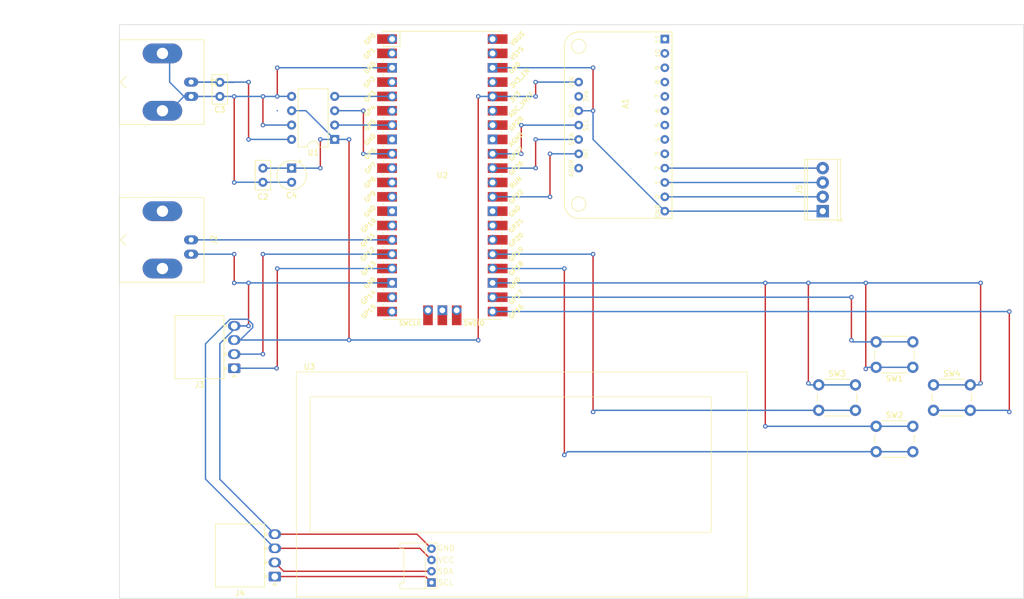
<source format=kicad_pcb>
(kicad_pcb (version 20241229) (generator "pcbnew") (generator_version "9.0")
  (layers (0 "F.Cu" signal) (2 "B.Cu" signal) (13 "F.Paste" user) (15 "B.Paste" user) (5 "F.SilkS" user "F.Silkscreen") (7 "B.SilkS" user "B.Silkscreen") (1 "F.Mask" user) (3 "B.Mask" user) (25 "Edge.Cuts" user))
  (net 0 "")
  (net 1 "/GPIO22 IRQ")
  (net 2 "Net-(A1-0)")
  (net 3 "Net-(A1-1)")
  (net 4 "Net-(A1-2)")
  (net 14 "/BTN UP")
  (net 16 "/BTN DOWN")
  (net 17 "/BTN LEFT")
  (net 18 "/BTN RIGHT")
  (net 19 "/TOUCH DOUT")
  (net 21 "Net-(J1-In)")
  (net 22 "GND")
  (net 23 "+3V3")
  (net 24 "/SPI0 CSn")
  (net 25 "/SPI0 SCK")
  (net 26 "/SPI0 TX")
  (net 27 "/I2C1 SCL")
  (net 28 "/I2C0 SDA")
  (net 29 "/I2C0 SCL")
  (net 38 "/I2C1 SDA")
  (net 52 "Net-(J4-Pin_1)")
  (net 53 "Net-(J4-Pin_2)")
  (footprint "Package_DIP:DIP-8_W7.62mm" (layer "F.Cu") (at 118.11 63.744 180)
    (property "Reference" "U1" (at 3.81 -2.33 0) (layer "F.SilkS"))
    (property "Value" "MCP4821")
    (pad "1" thru_hole rect (at 0 0 180) (size 1.6 1.6) (drill 0.8) (layers "*.Cu" "*.Mask") (net 23 "+3V3"))
    (pad "2" thru_hole oval (at 0 2.54 180) (size 1.6 1.6) (drill 0.8) (layers "*.Cu" "*.Mask") (net 24 "/SPI0 CSn"))
    (pad "3" thru_hole oval (at 0 5.08 180) (size 1.6 1.6) (drill 0.8) (layers "*.Cu" "*.Mask") (net 25 "/SPI0 SCK"))
    (pad "4" thru_hole oval (at 0 7.62 180) (size 1.6 1.6) (drill 0.8) (layers "*.Cu" "*.Mask") (net 26 "/SPI0 TX"))
    (pad "5" thru_hole oval (at 7.62 7.62 180) (size 1.6 1.6) (drill 0.8) (layers "*.Cu" "*.Mask") (net 22 "GND"))
    (pad "6" thru_hole oval (at 7.62 5.08 180) (size 1.6 1.6) (drill 0.8) (layers "*.Cu" "*.Mask") (net 23 "+3V3"))
    (pad "7" thru_hole oval (at 7.62 2.54 180) (size 1.6 1.6) (drill 0.8) (layers "*.Cu" "*.Mask") (net 22 "GND"))
    (pad "8" thru_hole oval (at 7.62 0 180) (size 1.6 1.6) (drill 0.8) (layers "*.Cu" "*.Mask") (net 21 "Net-(J1-In)"))
  )
  (footprint "AG_Sensors:ADAFRUIT_MPR121" (layer "F.Cu") (at 170.18 58.674 -90)
    (property "Reference" "A1" (at -1.27 0.635 90) (layer "F.SilkS"))
    (property "Value" "ADAFRUIT_MPR121")
    (fp_text user "0" (at 15.24 -5.08 90) (layer "F.SilkS") (effects (font (size 0.8 0.8) (thickness 0.1))))
    (fp_text user "11" (at -12.7 -5.08 90) (layer "F.SilkS") (effects (font (size 0.8 0.8) (thickness 0.1))))
    (fp_text user "INT" (at 7.62 7.62 90) (layer "F.SilkS") (effects (font (size 0.8 0.8) (thickness 0.1))))
    (fp_text user "GND" (at 17.78 -5.08 90) (layer "F.SilkS") (effects (font (size 0.8 0.8) (thickness 0.1))))
    (fp_text user "9" (at -7.62 -5.08 90) (layer "F.SilkS") (effects (font (size 0.8 0.8) (thickness 0.1))))
    (fp_text user "8" (at -5.08 -5.08 90) (layer "F.SilkS") (effects (font (size 0.8 0.8) (thickness 0.1))))
    (fp_text user "SDA" (at 5.08 10.16 90) (layer "F.SilkS") (effects (font (size 0.8 0.8) (thickness 0.1))))
    (fp_text user "3" (at 7.62 -5.08 90) (layer "F.SilkS") (effects (font (size 0.8 0.8) (thickness 0.1))))
    (fp_text user "2" (at 10.16 -5.08 90) (layer "F.SilkS") (effects (font (size 0.8 0.8) (thickness 0.1))))
    (fp_text user "1" (at 12.7 -5.08 90) (layer "F.SilkS") (effects (font (size 0.8 0.8) (thickness 0.1))))
    (fp_text user "SCL" (at 2.54 7.62 90) (layer "F.SilkS") (effects (font (size 0.8 0.8) (thickness 0.1))))
    (fp_text user "5" (at 2.54 -5.08 90) (layer "F.SilkS") (effects (font (size 0.8 0.8) (thickness 0.1))))
    (fp_text user "VIN" (at -5.08 10.16 90) (layer "F.SilkS") (effects (font (size 0.8 0.8) (thickness 0.1))))
    (fp_text user "7" (at -2.54 -5.08 90) (layer "F.SilkS") (effects (font (size 0.8 0.8) (thickness 0.1))))
    (fp_text user "10" (at -10.16 -5.08 90) (layer "F.SilkS") (effects (font (size 0.8 0.8) (thickness 0.1))))
    (fp_text user "4" (at 5.08 -5.08 90) (layer "F.SilkS") (effects (font (size 0.8 0.8) (thickness 0.1))))
    (fp_text user "6" (at 0 -5.08 90) (layer "F.SilkS") (effects (font (size 0.8 0.8) (thickness 0.1))))
    (fp_text user "ADDR" (at 10.16 10.16 90) (layer "F.SilkS") (effects (font (size 0.8 0.8) (thickness 0.1))))
    (fp_text user "3Vo" (at -2.54 7.62 90) (layer "F.SilkS") (effects (font (size 0.8 0.8) (thickness 0.1))))
    (fp_text user "GND" (at 0 10.16 90) (layer "F.SilkS") (effects (font (size 0.8 0.8) (thickness 0.1))))
    (pad "1" thru_hole circle (at -5.08 8.89 270) (size 1.524 1.524) (drill 0.762) (layers "*.Cu" "*.Mask") (net 23 "+3V3"))
    (pad "2" thru_hole circle (at -2.54 8.89 270) (size 1.524 1.524) (drill 0.762) (layers "*.Cu" "*.Mask"))
    (pad "3" thru_hole circle (at 0 8.89 270) (size 1.524 1.524) (drill 0.762) (layers "*.Cu" "*.Mask") (net 22 "GND"))
    (pad "4" thru_hole circle (at 2.54 8.89 270) (size 1.524 1.524) (drill 0.762) (layers "*.Cu" "*.Mask") (net 27 "/I2C1 SCL"))
    (pad "5" thru_hole circle (at 5.08 8.89 270) (size 1.524 1.524) (drill 0.762) (layers "*.Cu" "*.Mask") (net 38 "/I2C1 SDA"))
    (pad "6" thru_hole circle (at 7.62 8.89 270) (size 1.524 1.524) (drill 0.762) (layers "*.Cu" "*.Mask") (net 1 "/GPIO22 IRQ"))
    (pad "7" thru_hole circle (at 10.16 8.89 270) (size 1.524 1.524) (drill 0.762) (layers "*.Cu" "*.Mask"))
    (pad "8" thru_hole circle (at 17.78 -6.35 270) (size 1.524 1.524) (drill 0.762) (layers "*.Cu" "*.Mask") (net 22 "GND"))
    (pad "9" thru_hole circle (at 15.24 -6.35 270) (size 1.524 1.524) (drill 0.762) (layers "*.Cu" "*.Mask") (net 2 "Net-(A1-0)"))
    (pad "10" thru_hole circle (at 12.7 -6.35 270) (size 1.524 1.524) (drill 0.762) (layers "*.Cu" "*.Mask") (net 3 "Net-(A1-1)"))
    (pad "11" thru_hole circle (at 10.16 -6.35) (size 1.524 1.524) (drill 0.762) (layers "*.Cu" "*.Mask") (net 4 "Net-(A1-2)"))
    (pad "12" thru_hole circle (at 7.62 -6.35 270) (size 1.524 1.524) (drill 0.762) (layers "*.Cu" "*.Mask"))
    (pad "13" thru_hole circle (at 5.08 -6.35 270) (size 1.524 1.524) (drill 0.762) (layers "*.Cu" "*.Mask"))
    (pad "14" thru_hole circle (at 2.54 -6.35 270) (size 1.524 1.524) (drill 0.762) (layers "*.Cu" "*.Mask"))
    (pad "15" thru_hole circle (at 0 -6.35 270) (size 1.524 1.524) (drill 0.762) (layers "*.Cu" "*.Mask"))
    (pad "16" thru_hole circle (at -2.54 -6.35 270) (size 1.524 1.524) (drill 0.762) (layers "*.Cu" "*.Mask"))
    (pad "17" thru_hole circle (at -5.08 -6.35 270) (size 1.524 1.524) (drill 0.762) (layers "*.Cu" "*.Mask"))
    (pad "18" thru_hole circle (at -7.62 -6.35 270) (size 1.524 1.524) (drill 0.762) (layers "*.Cu" "*.Mask"))
    (pad "19" thru_hole circle (at -10.16 -6.35 270) (size 1.524 1.524) (drill 0.762) (layers "*.Cu" "*.Mask"))
    (pad "20" thru_hole rect (at -12.7 -6.35 270) (size 1.524 1.524) (drill 0.762) (layers "*.Cu" "*.Mask"))
  )
  (footprint "Connector_Coaxial:BNC_Amphenol_B6252HB-NPP3G-50_Horizontal" (layer "F.Cu") (at 92.71 81.534 90)
    (property "Reference" "J2" (at 0 4 90) (layer "F.SilkS"))
    (property "Value" "Conn_Coaxial")
    (pad "1" thru_hole oval (at 0 0 90) (size 1.6 2.5) (drill 0.89) (layers "*.Cu" "*.Mask") (net 19 "/TOUCH DOUT"))
    (pad "2" thru_hole oval (at -5.08 -5.08 90) (size 3.5 7) (drill 2.01) (layers "*.Cu" "*.Mask") (net 22 "GND"))
    (pad "2" thru_hole oval (at -2.54 0 90) (size 1.6 2.5) (drill 0.89) (layers "*.Cu" "*.Mask") (net 22 "GND"))
    (pad "2" thru_hole oval (at 5.08 -5.08 90) (size 3.5 7) (drill 2.01) (layers "*.Cu" "*.Mask") (net 22 "GND"))
  )
  (footprint "Button_Switch_THT:SW_PUSH_6mm" (layer "F.Cu") (at 213.92 114.554)
    (property "Reference" "SW2" (at 3.25 -2 0) (layer "F.SilkS"))
    (property "Value" "SW_DOWN")
    (pad "1" thru_hole circle (at 0 0 90) (size 2 2) (drill 1.1) (layers "*.Cu" "*.Mask") (net 22 "GND"))
    (pad "1" thru_hole circle (at 6.5 0 90) (size 2 2) (drill 1.1) (layers "*.Cu" "*.Mask") (net 22 "GND"))
    (pad "2" thru_hole circle (at 0 4.5 90) (size 2 2) (drill 1.1) (layers "*.Cu" "*.Mask") (net 16 "/BTN DOWN"))
    (pad "2" thru_hole circle (at 6.5 4.5 90) (size 2 2) (drill 1.1) (layers "*.Cu" "*.Mask") (net 16 "/BTN DOWN"))
  )
  (footprint "Button_Switch_THT:SW_PUSH_6mm" (layer "F.Cu") (at 224.08 107.224)
    (property "Reference" "SW4" (at 3.25 -2 0) (layer "F.SilkS"))
    (property "Value" "SW_RIGHT")
    (pad "1" thru_hole circle (at 0 0 90) (size 2 2) (drill 1.1) (layers "*.Cu" "*.Mask") (net 22 "GND"))
    (pad "1" thru_hole circle (at 6.5 0 90) (size 2 2) (drill 1.1) (layers "*.Cu" "*.Mask") (net 22 "GND"))
    (pad "2" thru_hole circle (at 0 4.5 90) (size 2 2) (drill 1.1) (layers "*.Cu" "*.Mask") (net 18 "/BTN RIGHT"))
    (pad "2" thru_hole circle (at 6.5 4.5 90) (size 2 2) (drill 1.1) (layers "*.Cu" "*.Mask") (net 18 "/BTN RIGHT"))
  )
  (footprint "Capacitor_THT:CP_Radial_Tantal_D5.0mm_P2.50mm" (layer "F.Cu") (at 110.49 68.834 -90)
    (property "Reference" "C4" (at 4.826 0 0) (layer "F.SilkS"))
    (property "Value" "10u")
    (pad "1" thru_hole rect (at 0 0 270) (size 1.6 1.6) (drill 0.8) (layers "*.Cu" "*.Mask") (net 23 "+3V3"))
    (pad "2" thru_hole circle (at 2.5 0 270) (size 1.6 1.6) (drill 0.8) (layers "*.Cu" "*.Mask") (net 22 "GND"))
  )
  (footprint "Connector_Molex:Molex_Nano-Fit_105313-xx04_1x04_P2.50mm_Horizontal" (layer "F.Cu") (at 107.51 141.164 180)
    (property "Reference" "J4" (at 6.15 -2.92 0) (layer "F.SilkS"))
    (property "Value" "Conn_01x04_Pin")
    (pad "" np_thru_hole circle (at 7.18 0 180) (size 1.7 1.7) (drill 1.7) (layers "*.Cu" "*.Mask"))
    (pad "" np_thru_hole circle (at 7.18 7.5 180) (size 1.7 1.7) (drill 1.7) (layers "*.Cu" "*.Mask"))
    (pad "1" thru_hole roundrect (at 0 0 180) (size 2.2 1.7) (drill 1.2) (layers "*.Cu" "*.Mask") (roundrect_rratio 0.147059) (net 52 "Net-(J4-Pin_1)"))
    (pad "2" thru_hole oval (at 0 2.5 180) (size 2.2 1.7) (drill 1.2) (layers "*.Cu" "*.Mask") (net 53 "Net-(J4-Pin_2)"))
    (pad "3" thru_hole oval (at 0 5 180) (size 2.2 1.7) (drill 1.2) (layers "*.Cu" "*.Mask") (net 23 "+3V3"))
    (pad "4" thru_hole oval (at 0 7.5 180) (size 2.2 1.7) (drill 1.2) (layers "*.Cu" "*.Mask") (net 22 "GND"))
  )
  (footprint "Capacitor_THT:C_Disc_D5.0mm_W2.5mm_P2.50mm" (layer "F.Cu") (at 97.79 53.634 -90)
    (property "Reference" "C3" (at 4.826 0 0) (layer "F.SilkS"))
    (property "Value" "1u")
    (pad "1" thru_hole circle (at 0 0 270) (size 1.6 1.6) (drill 0.8) (layers "*.Cu" "*.Mask") (net 21 "Net-(J1-In)"))
    (pad "2" thru_hole circle (at 2.5 0 270) (size 1.6 1.6) (drill 0.8) (layers "*.Cu" "*.Mask") (net 22 "GND"))
  )
  (footprint "Connector_Coaxial:BNC_Amphenol_B6252HB-NPP3G-50_Horizontal" (layer "F.Cu") (at 92.71 53.594 90)
    (property "Reference" "J1" (at 0 4 90) (layer "F.SilkS"))
    (property "Value" "Conn_Coaxial")
    (pad "1" thru_hole oval (at 0 0 90) (size 1.6 2.5) (drill 0.89) (layers "*.Cu" "*.Mask") (net 21 "Net-(J1-In)"))
    (pad "2" thru_hole oval (at -5.08 -5.08 90) (size 3.5 7) (drill 2.01) (layers "*.Cu" "*.Mask") (net 22 "GND"))
    (pad "2" thru_hole oval (at -2.54 0 90) (size 1.6 2.5) (drill 0.89) (layers "*.Cu" "*.Mask") (net 22 "GND"))
    (pad "2" thru_hole oval (at 5.08 -5.08 90) (size 3.5 7) (drill 2.01) (layers "*.Cu" "*.Mask") (net 22 "GND"))
  )
  (footprint "MCU_Pico:RPi_Pico_SMD_TH" (layer "F.Cu") (at 137.16 70.104)
    (property "Reference" "U2" (at 0 0 0) (layer "F.SilkS"))
    (property "Value" "Pico")
    (fp_text user "GP8" (at -12.8 1.27 45) (layer "F.SilkS") (effects (font (size 0.8 0.8))))
    (fp_text user "GP15" (at -13.054 24.13 45) (layer "F.SilkS") (effects (font (size 0.8 0.8))))
    (fp_text user "SWCLK" (at -5.7 26.2 0) (layer "F.SilkS") (effects (font (size 0.8 0.8))))
    (fp_text user "GP4" (at -12.8 -11.43 45) (layer "F.SilkS") (effects (font (size 0.8 0.8))))
    (fp_text user "GP0" (at -12.8 -24.13 45) (layer "F.SilkS") (effects (font (size 0.8 0.8))))
    (fp_text user "GP18" (at 13.054 16.51 45) (layer "F.SilkS") (effects (font (size 0.8 0.8))))
    (fp_text user "GP26" (at 13.054 -1.27 45) (layer "F.SilkS") (effects (font (size 0.8 0.8))))
    (fp_text user "GND" (at 12.8 6.35 45) (layer "F.SilkS") (effects (font (size 0.8 0.8))))
    (fp_text user "GP14" (at -13.1 21.59 45) (layer "F.SilkS") (effects (font (size 0.8 0.8))))
    (fp_text user "GP22" (at 13.054 3.81 45) (layer "F.SilkS") (effects (font (size 0.8 0.8))))
    (fp_text user "GP27" (at 13.054 -3.8 45) (layer "F.SilkS") (effects (font (size 0.8 0.8))))
    (fp_text user "GP17" (at 13.054 21.59 45) (layer "F.SilkS") (effects (font (size 0.8 0.8))))
    (fp_text user "RUN" (at 13 1.27 45) (layer "F.SilkS") (effects (font (size 0.8 0.8))))
    (fp_text user "GP11" (at -13.2 11.43 45) (layer "F.SilkS") (effects (font (size 0.8 0.8))))
    (fp_text user "GND" (at -12.8 6.35 45) (layer "F.SilkS") (effects (font (size 0.8 0.8))))
    (fp_text user "GP13" (at -13.054 16.51 45) (layer "F.SilkS") (effects (font (size 0.8 0.8))))
    (fp_text user "ADC_VREF" (at 14 -12.5 45) (layer "F.SilkS") (effects (font (size 0.8 0.8))))
    (fp_text user "GND" (at 12.8 19.05 45) (layer "F.SilkS") (effects (font (size 0.8 0.8))))
    (fp_text user "VSYS" (at 13.2 -21.59 45) (layer "F.SilkS") (effects (font (size 0.8 0.8))))
    (fp_text user "GP3" (at -12.8 -13.97 45) (layer "F.SilkS") (effects (font (size 0.8 0.8))))
    (fp_text user "GP9" (at -12.8 3.81 45) (layer "F.SilkS") (effects (font (size 0.8 0.8))))
    (fp_text user "AGND" (at 13.054 -6.35 45) (layer "F.SilkS") (effects (font (size 0.8 0.8))))
    (fp_text user "VBUS" (at 13.3 -24.2 45) (layer "F.SilkS") (effects (font (size 0.8 0.8))))
    (fp_text user "GND" (at 12.8 -19.05 45) (layer "F.SilkS") (effects (font (size 0.8 0.8))))
    (fp_text user "GP12" (at -13.2 13.97 45) (layer "F.SilkS") (effects (font (size 0.8 0.8))))
    (fp_text user "GP16" (at 13.054 24.13 45) (layer "F.SilkS") (effects (font (size 0.8 0.8))))
    (fp_text user "GP7" (at -12.7 -1.3 45) (layer "F.SilkS") (effects (font (size 0.8 0.8))))
    (fp_text user "GP19" (at 13.054 13.97 45) (layer "F.SilkS") (effects (font (size 0.8 0.8))))
    (fp_text user "GP6" (at -12.8 -3.81 45) (layer "F.SilkS") (effects (font (size 0.8 0.8))))
    (fp_text user "3V3" (at 12.9 -13.9 45) (layer "F.SilkS") (effects (font (size 0.8 0.8))))
    (fp_text user "GND" (at -12.8 -19.05 45) (layer "F.SilkS") (effects (font (size 0.8 0.8))))
    (fp_text user "GP10" (at -13.054 8.89 45) (layer "F.SilkS") (effects (font (size 0.8 0.8))))
    (fp_text user "GP2" (at -12.9 -16.51 45) (layer "F.SilkS") (effects (font (size 0.8 0.8))))
    (fp_text user "GND" (at -12.8 19.05 45) (layer "F.SilkS") (effects (font (size 0.8 0.8))))
    (fp_text user "3V3_EN" (at 13.7 -17.2 45) (layer "F.SilkS") (effects (font (size 0.8 0.8))))
    (fp_text user "GP21" (at 13.054 8.9 45) (layer "F.SilkS") (effects (font (size 0.8 0.8))))
    (fp_text user "GND" (at -12.8 -6.35 45) (layer "F.SilkS") (effects (font (size 0.8 0.8))))
    (fp_text user "GP28" (at 13.054 -9.144 45) (layer "F.SilkS") (effects (font (size 0.8 0.8))))
    (fp_text user "GP1" (at -12.9 -21.6 45) (layer "F.SilkS") (effects (font (size 0.8 0.8))))
    (fp_text user "GP20" (at 13.054 11.43 45) (layer "F.SilkS") (effects (font (size 0.8 0.8))))
    (fp_text user "GP5" (at -12.8 -8.89 45) (layer "F.SilkS") (effects (font (size 0.8 0.8))))
    (fp_text user "SWDIO" (at 5.6 26.2 0) (layer "F.SilkS") (effects (font (size 0.8 0.8))))
    (pad "" np_thru_hole oval (at -2.725 -24) (size 1.8 1.8) (drill 1.8) (layers "*.Cu" "*.Mask"))
    (pad "" np_thru_hole oval (at -2.425 -20.97) (size 1.5 1.5) (drill 1.5) (layers "*.Cu" "*.Mask"))
    (pad "" np_thru_hole oval (at 2.425 -20.97) (size 1.5 1.5) (drill 1.5) (layers "*.Cu" "*.Mask"))
    (pad "" np_thru_hole oval (at 2.725 -24) (size 1.8 1.8) (drill 1.8) (layers "*.Cu" "*.Mask"))
    (pad "1" thru_hole oval (at -8.89 -24.13) (size 1.7 1.7) (drill 1.02) (layers "*.Cu" "*.Mask"))
    (pad "1" smd rect (at -8.89 -24.13) (size 3.5 1.7) (drill (offset -0.9 0)) (layers "F.Cu" "F.Mask"))
    (pad "2" thru_hole oval (at -8.89 -21.59) (size 1.7 1.7) (drill 1.02) (layers "*.Cu" "*.Mask"))
    (pad "2" smd rect (at -8.89 -21.59) (size 3.5 1.7) (drill (offset -0.9 0)) (layers "F.Cu" "F.Mask"))
    (pad "3" thru_hole rect (at -8.89 -19.05) (size 1.7 1.7) (drill 1.02) (layers "*.Cu" "*.Mask") (net 22 "GND"))
    (pad "3" smd rect (at -8.89 -19.05) (size 3.5 1.7) (drill (offset -0.9 0)) (layers "F.Cu" "F.Mask") (net 22 "GND"))
    (pad "4" thru_hole oval (at -8.89 -16.51) (size 1.7 1.7) (drill 1.02) (layers "*.Cu" "*.Mask"))
    (pad "4" smd rect (at -8.89 -16.51) (size 3.5 1.7) (drill (offset -0.9 0)) (layers "F.Cu" "F.Mask"))
    (pad "5" thru_hole oval (at -8.89 -13.97) (size 1.7 1.7) (drill 1.02) (layers "*.Cu" "*.Mask") (net 26 "/SPI0 TX"))
    (pad "5" smd rect (at -8.89 -13.97) (size 3.5 1.7) (drill (offset -0.9 0)) (layers "F.Cu" "F.Mask") (net 26 "/SPI0 TX"))
    (pad "6" thru_hole oval (at -8.89 -11.43) (size 1.7 1.7) (drill 1.02) (layers "*.Cu" "*.Mask"))
    (pad "6" smd rect (at -8.89 -11.43) (size 3.5 1.7) (drill (offset -0.9 0)) (layers "F.Cu" "F.Mask"))
    (pad "7" thru_hole oval (at -8.89 -8.89) (size 1.7 1.7) (drill 1.02) (layers "*.Cu" "*.Mask") (net 24 "/SPI0 CSn"))
    (pad "7" smd rect (at -8.89 -8.89) (size 3.5 1.7) (drill (offset -0.9 0)) (layers "F.Cu" "F.Mask") (net 24 "/SPI0 CSn"))
    (pad "8" thru_hole rect (at -8.89 -6.35) (size 1.7 1.7) (drill 1.02) (layers "*.Cu" "*.Mask") (net 22 "GND"))
    (pad "8" smd rect (at -8.89 -6.35) (size 3.5 1.7) (drill (offset -0.9 0)) (layers "F.Cu" "F.Mask") (net 22 "GND"))
    (pad "9" thru_hole oval (at -8.89 -3.81) (size 1.7 1.7) (drill 1.02) (layers "*.Cu" "*.Mask") (net 25 "/SPI0 SCK"))
    (pad "9" smd rect (at -8.89 -3.81) (size 3.5 1.7) (drill (offset -0.9 0)) (layers "F.Cu" "F.Mask") (net 25 "/SPI0 SCK"))
    (pad "10" thru_hole oval (at -8.89 -1.27) (size 1.7 1.7) (drill 1.02) (layers "*.Cu" "*.Mask"))
    (pad "10" smd rect (at -8.89 -1.27) (size 3.5 1.7) (drill (offset -0.9 0)) (layers "F.Cu" "F.Mask"))
    (pad "11" thru_hole oval (at -8.89 1.27) (size 1.7 1.7) (drill 1.02) (layers "*.Cu" "*.Mask"))
    (pad "11" smd rect (at -8.89 1.27) (size 3.5 1.7) (drill (offset -0.9 0)) (layers "F.Cu" "F.Mask"))
    (pad "12" thru_hole oval (at -8.89 3.81) (size 1.7 1.7) (drill 1.02) (layers "*.Cu" "*.Mask"))
    (pad "12" smd rect (at -8.89 3.81) (size 3.5 1.7) (drill (offset -0.9 0)) (layers "F.Cu" "F.Mask"))
    (pad "13" thru_hole rect (at -8.89 6.35) (size 1.7 1.7) (drill 1.02) (layers "*.Cu" "*.Mask") (net 22 "GND"))
    (pad "13" smd rect (at -8.89 6.35) (size 3.5 1.7) (drill (offset -0.9 0)) (layers "F.Cu" "F.Mask") (net 22 "GND"))
    (pad "14" thru_hole oval (at -8.89 8.89) (size 1.7 1.7) (drill 1.02) (layers "*.Cu" "*.Mask"))
    (pad "14" smd rect (at -8.89 8.89) (size 3.5 1.7) (drill (offset -0.9 0)) (layers "F.Cu" "F.Mask"))
    (pad "15" thru_hole oval (at -8.89 11.43) (size 1.7 1.7) (drill 1.02) (layers "*.Cu" "*.Mask") (net 19 "/TOUCH DOUT"))
    (pad "15" smd rect (at -8.89 11.43) (size 3.5 1.7) (drill (offset -0.9 0)) (layers "F.Cu" "F.Mask") (net 19 "/TOUCH DOUT"))
    (pad "16" thru_hole oval (at -8.89 13.97) (size 1.7 1.7) (drill 1.02) (layers "*.Cu" "*.Mask") (net 28 "/I2C0 SDA"))
    (pad "16" smd rect (at -8.89 13.97) (size 3.5 1.7) (drill (offset -0.9 0)) (layers "F.Cu" "F.Mask") (net 28 "/I2C0 SDA"))
    (pad "17" thru_hole oval (at -8.89 16.51) (size 1.7 1.7) (drill 1.02) (layers "*.Cu" "*.Mask") (net 29 "/I2C0 SCL"))
    (pad "17" smd rect (at -8.89 16.51) (size 3.5 1.7) (drill (offset -0.9 0)) (layers "F.Cu" "F.Mask") (net 29 "/I2C0 SCL"))
    (pad "18" thru_hole rect (at -8.89 19.05) (size 1.7 1.7) (drill 1.02) (layers "*.Cu" "*.Mask") (net 22 "GND"))
    (pad "18" smd rect (at -8.89 19.05) (size 3.5 1.7) (drill (offset -0.9 0)) (layers "F.Cu" "F.Mask") (net 22 "GND"))
    (pad "19" thru_hole oval (at -8.89 21.59) (size 1.7 1.7) (drill 1.02) (layers "*.Cu" "*.Mask"))
    (pad "19" smd rect (at -8.89 21.59) (size 3.5 1.7) (drill (offset -0.9 0)) (layers "F.Cu" "F.Mask"))
    (pad "20" thru_hole oval (at -8.89 24.13) (size 1.7 1.7) (drill 1.02) (layers "*.Cu" "*.Mask"))
    (pad "20" smd rect (at -8.89 24.13) (size 3.5 1.7) (drill (offset -0.9 0)) (layers "F.Cu" "F.Mask"))
    (pad "21" thru_hole oval (at 8.89 24.13) (size 1.7 1.7) (drill 1.02) (layers "*.Cu" "*.Mask") (net 18 "/BTN RIGHT"))
    (pad "21" smd rect (at 8.89 24.13) (size 3.5 1.7) (drill (offset 0.9 0)) (layers "F.Cu" "F.Mask") (net 18 "/BTN RIGHT"))
    (pad "22" thru_hole oval (at 8.89 21.59) (size 1.7 1.7) (drill 1.02) (layers "*.Cu" "*.Mask") (net 14 "/BTN UP"))
    (pad "22" smd rect (at 8.89 21.59) (size 3.5 1.7) (drill (offset 0.9 0)) (layers "F.Cu" "F.Mask") (net 14 "/BTN UP"))
    (pad "23" thru_hole rect (at 8.89 19.05) (size 1.7 1.7) (drill 1.02) (layers "*.Cu" "*.Mask") (net 22 "GND"))
    (pad "23" smd rect (at 8.89 19.05) (size 3.5 1.7) (drill (offset 0.9 0)) (layers "F.Cu" "F.Mask") (net 22 "GND"))
    (pad "24" thru_hole oval (at 8.89 16.51) (size 1.7 1.7) (drill 1.02) (layers "*.Cu" "*.Mask") (net 16 "/BTN DOWN"))
    (pad "24" smd rect (at 8.89 16.51) (size 3.5 1.7) (drill (offset 0.9 0)) (layers "F.Cu" "F.Mask") (net 16 "/BTN DOWN"))
    (pad "25" thru_hole oval (at 8.89 13.97) (size 1.7 1.7) (drill 1.02) (layers "*.Cu" "*.Mask") (net 17 "/BTN LEFT"))
    (pad "25" smd rect (at 8.89 13.97) (size 3.5 1.7) (drill (offset 0.9 0)) (layers "F.Cu" "F.Mask") (net 17 "/BTN LEFT"))
    (pad "26" thru_hole oval (at 8.89 11.43) (size 1.7 1.7) (drill 1.02) (layers "*.Cu" "*.Mask"))
    (pad "26" smd rect (at 8.89 11.43) (size 3.5 1.7) (drill (offset 0.9 0)) (layers "F.Cu" "F.Mask"))
    (pad "27" thru_hole oval (at 8.89 8.89) (size 1.7 1.7) (drill 1.02) (layers "*.Cu" "*.Mask"))
    (pad "27" smd rect (at 8.89 8.89) (size 3.5 1.7) (drill (offset 0.9 0)) (layers "F.Cu" "F.Mask"))
    (pad "28" thru_hole rect (at 8.89 6.35) (size 1.7 1.7) (drill 1.02) (layers "*.Cu" "*.Mask") (net 22 "GND"))
    (pad "28" smd rect (at 8.89 6.35) (size 3.5 1.7) (drill (offset 0.9 0)) (layers "F.Cu" "F.Mask") (net 22 "GND"))
    (pad "29" thru_hole oval (at 8.89 3.81) (size 1.7 1.7) (drill 1.02) (layers "*.Cu" "*.Mask") (net 1 "/GPIO22 IRQ"))
    (pad "29" smd rect (at 8.89 3.81) (size 3.5 1.7) (drill (offset 0.9 0)) (layers "F.Cu" "F.Mask") (net 1 "/GPIO22 IRQ"))
    (pad "30" thru_hole oval (at 8.89 1.27) (size 1.7 1.7) (drill 1.02) (layers "*.Cu" "*.Mask"))
    (pad "30" smd rect (at 8.89 1.27) (size 3.5 1.7) (drill (offset 0.9 0)) (layers "F.Cu" "F.Mask"))
    (pad "31" thru_hole oval (at 8.89 -1.27) (size 1.7 1.7) (drill 1.02) (layers "*.Cu" "*.Mask") (net 38 "/I2C1 SDA"))
    (pad "31" smd rect (at 8.89 -1.27) (size 3.5 1.7) (drill (offset 0.9 0)) (layers "F.Cu" "F.Mask") (net 38 "/I2C1 SDA"))
    (pad "32" thru_hole oval (at 8.89 -3.81) (size 1.7 1.7) (drill 1.02) (layers "*.Cu" "*.Mask") (net 27 "/I2C1 SCL"))
    (pad "32" smd rect (at 8.89 -3.81) (size 3.5 1.7) (drill (offset 0.9 0)) (layers "F.Cu" "F.Mask") (net 27 "/I2C1 SCL"))
    (pad "33" thru_hole rect (at 8.89 -6.35) (size 1.7 1.7) (drill 1.02) (layers "*.Cu" "*.Mask") (net 22 "GND"))
    (pad "33" smd rect (at 8.89 -6.35) (size 3.5 1.7) (drill (offset 0.9 0)) (layers "F.Cu" "F.Mask") (net 22 "GND"))
    (pad "34" thru_hole oval (at 8.89 -8.89) (size 1.7 1.7) (drill 1.02) (layers "*.Cu" "*.Mask"))
    (pad "34" smd rect (at 8.89 -8.89) (size 3.5 1.7) (drill (offset 0.9 0)) (layers "F.Cu" "F.Mask"))
    (pad "35" thru_hole oval (at 8.89 -11.43) (size 1.7 1.7) (drill 1.02) (layers "*.Cu" "*.Mask"))
    (pad "35" smd rect (at 8.89 -11.43) (size 3.5 1.7) (drill (offset 0.9 0)) (layers "F.Cu" "F.Mask"))
    (pad "36" thru_hole oval (at 8.89 -13.97) (size 1.7 1.7) (drill 1.02) (layers "*.Cu" "*.Mask") (net 23 "+3V3"))
    (pad "36" smd rect (at 8.89 -13.97) (size 3.5 1.7) (drill (offset 0.9 0)) (layers "F.Cu" "F.Mask") (net 23 "+3V3"))
    (pad "37" thru_hole oval (at 8.89 -16.51) (size 1.7 1.7) (drill 1.02) (layers "*.Cu" "*.Mask"))
    (pad "37" smd rect (at 8.89 -16.51) (size 3.5 1.7) (drill (offset 0.9 0)) (layers "F.Cu" "F.Mask"))
    (pad "38" thru_hole rect (at 8.89 -19.05) (size 1.7 1.7) (drill 1.02) (layers "*.Cu" "*.Mask") (net 22 "GND"))
    (pad "38" smd rect (at 8.89 -19.05) (size 3.5 1.7) (drill (offset 0.9 0)) (layers "F.Cu" "F.Mask") (net 22 "GND"))
    (pad "39" thru_hole oval (at 8.89 -21.59) (size 1.7 1.7) (drill 1.02) (layers "*.Cu" "*.Mask"))
    (pad "39" smd rect (at 8.89 -21.59) (size 3.5 1.7) (drill (offset 0.9 0)) (layers "F.Cu" "F.Mask"))
    (pad "40" thru_hole oval (at 8.89 -24.13) (size 1.7 1.7) (drill 1.02) (layers "*.Cu" "*.Mask"))
    (pad "40" smd rect (at 8.89 -24.13) (size 3.5 1.7) (drill (offset 0.9 0)) (layers "F.Cu" "F.Mask"))
    (pad "41" thru_hole oval (at -2.54 23.9) (size 1.7 1.7) (drill 1.02) (layers "*.Cu" "*.Mask"))
    (pad "41" smd rect (at -2.54 23.9 90) (size 3.5 1.7) (drill (offset -0.9 0)) (layers "F.Cu" "F.Mask"))
    (pad "42" thru_hole rect (at 0 23.9) (size 1.7 1.7) (drill 1.02) (layers "*.Cu" "*.Mask"))
    (pad "42" smd rect (at 0 23.9 90) (size 3.5 1.7) (drill (offset -0.9 0)) (layers "F.Cu" "F.Mask"))
    (pad "43" thru_hole oval (at 2.54 23.9) (size 1.7 1.7) (drill 1.02) (layers "*.Cu" "*.Mask"))
    (pad "43" smd rect (at 2.54 23.9 90) (size 3.5 1.7) (drill (offset -0.9 0)) (layers "F.Cu" "F.Mask"))
  )
  (footprint "Connector_Molex:Molex_Nano-Fit_105313-xx04_1x04_P2.50mm_Horizontal" (layer "F.Cu") (at 100.33 104.274 180)
    (property "Reference" "J3" (at 6.15 -2.92 0) (layer "F.SilkS"))
    (property "Value" "Conn_01x04_Socket")
    (pad "" np_thru_hole circle (at 7.18 0 180) (size 1.7 1.7) (drill 1.7) (layers "*.Cu" "*.Mask"))
    (pad "" np_thru_hole circle (at 7.18 7.5 180) (size 1.7 1.7) (drill 1.7) (layers "*.Cu" "*.Mask"))
    (pad "1" thru_hole roundrect (at 0 0 180) (size 2.2 1.7) (drill 1.2) (layers "*.Cu" "*.Mask") (roundrect_rratio 0.147059) (net 29 "/I2C0 SCL"))
    (pad "2" thru_hole oval (at 0 2.5 180) (size 2.2 1.7) (drill 1.2) (layers "*.Cu" "*.Mask") (net 28 "/I2C0 SDA"))
    (pad "3" thru_hole oval (at 0 5 180) (size 2.2 1.7) (drill 1.2) (layers "*.Cu" "*.Mask") (net 23 "+3V3"))
    (pad "4" thru_hole oval (at 0 7.5 180) (size 2.2 1.7) (drill 1.2) (layers "*.Cu" "*.Mask") (net 22 "GND"))
  )
  (footprint "TerminalBlock_Phoenix:TerminalBlock_Phoenix_MPT-0,5-4-2.54_1x04_P2.54mm_Horizontal" (layer "F.Cu") (at 204.47 76.454 90)
    (property "Reference" "J5" (at 3.81 -4.16 90) (layer "F.SilkS"))
    (property "Value" "Screw_Terminal_01x04")
    (pad "1" thru_hole rect (at 0 0 90) (size 2.2 2.2) (drill 1.1) (layers "*.Cu" "*.Mask") (net 22 "GND"))
    (pad "2" thru_hole circle (at 2.54 0 90) (size 2.2 2.2) (drill 1.1) (layers "*.Cu" "*.Mask") (net 2 "Net-(A1-0)"))
    (pad "3" thru_hole circle (at 5.08 0 90) (size 2.2 2.2) (drill 1.1) (layers "*.Cu" "*.Mask") (net 3 "Net-(A1-1)"))
    (pad "4" thru_hole circle (at 7.62 0 90) (size 2.2 2.2) (drill 1.1) (layers "*.Cu" "*.Mask") (net 4 "Net-(A1-2)"))
  )
  (footprint "Button_Switch_THT:SW_PUSH_6mm" (layer "F.Cu") (at 203.76 107.224)
    (property "Reference" "SW3" (at 3.25 -2 0) (layer "F.SilkS"))
    (property "Value" "SW_LEFT")
    (pad "1" thru_hole circle (at 0 0 90) (size 2 2) (drill 1.1) (layers "*.Cu" "*.Mask") (net 22 "GND"))
    (pad "1" thru_hole circle (at 6.5 0 90) (size 2 2) (drill 1.1) (layers "*.Cu" "*.Mask") (net 22 "GND"))
    (pad "2" thru_hole circle (at 0 4.5 90) (size 2 2) (drill 1.1) (layers "*.Cu" "*.Mask") (net 17 "/BTN LEFT"))
    (pad "2" thru_hole circle (at 6.5 4.5 90) (size 2 2) (drill 1.1) (layers "*.Cu" "*.Mask") (net 17 "/BTN LEFT"))
  )
  (footprint "AG_Displays:Grove_LCD16x2_I2C" (layer "F.Cu") (at 111.2425 104.8265)
    (property "Reference" "U3" (at 2.4 -0.8 180) (layer "F.SilkS"))
    (property "Value" "Grove_LCD16x2_I2C")
    (fp_text user "VCC" (at 25.1 34 0) (layer "F.SilkS") (effects (font (thickness 0.1)) (justify left bottom)))
    (fp_text user "SCL" (at 25.1 38 0) (layer "F.SilkS") (effects (font (thickness 0.1)) (justify left bottom)))
    (fp_text user "GND" (at 25 31.9 0) (layer "F.SilkS") (effects (font (thickness 0.1)) (justify left bottom)))
    (fp_text user "SDA" (at 25 36 0) (layer "F.SilkS") (effects (font (thickness 0.1)) (justify left bottom)))
    (pad "1" thru_hole rect (at 24 37.4 90) (size 1.5 1.5) (drill 0.75) (layers "*.Cu" "*.Mask") (net 52 "Net-(J4-Pin_1)"))
    (pad "2" thru_hole circle (at 24 35.4 90) (size 1.5 1.5) (drill 0.75) (layers "*.Cu" "*.Mask") (net 53 "Net-(J4-Pin_2)"))
    (pad "3" thru_hole circle (at 24 33.4 90) (size 1.5 1.5) (drill 0.75) (layers "*.Cu" "*.Mask") (net 23 "+3V3"))
    (pad "4" thru_hole circle (at 24 31.4 90) (size 1.5 1.5) (drill 0.75) (layers "*.Cu" "*.Mask") (net 22 "GND"))
  )
  (footprint "Button_Switch_THT:SW_PUSH_6mm" (layer "F.Cu") (at 220.42 104.104 180)
    (property "Reference" "SW1" (at 3.25 -2 0) (layer "F.SilkS"))
    (property "Value" "SW_UP")
    (pad "1" thru_hole circle (at 0 0 270) (size 2 2) (drill 1.1) (layers "*.Cu" "*.Mask") (net 22 "GND"))
    (pad "1" thru_hole circle (at 6.5 0 270) (size 2 2) (drill 1.1) (layers "*.Cu" "*.Mask") (net 22 "GND"))
    (pad "2" thru_hole circle (at 0 4.5 270) (size 2 2) (drill 1.1) (layers "*.Cu" "*.Mask") (net 14 "/BTN UP"))
    (pad "2" thru_hole circle (at 6.5 4.5 270) (size 2 2) (drill 1.1) (layers "*.Cu" "*.Mask") (net 14 "/BTN UP"))
  )
  (footprint "Capacitor_THT:C_Disc_D5.0mm_W2.5mm_P2.50mm" (layer "F.Cu") (at 105.41 68.834 -90)
    (property "Reference" "C2" (at 5.08 0 0) (layer "F.SilkS"))
    (property "Value" "0.1u")
    (pad "1" thru_hole circle (at 0 0 270) (size 1.6 1.6) (drill 0.8) (layers "*.Cu" "*.Mask") (net 23 "+3V3"))
    (pad "2" thru_hole circle (at 2.5 0 270) (size 1.6 1.6) (drill 0.8) (layers "*.Cu" "*.Mask") (net 22 "GND"))
  )
  (gr_rect (start 80.01 43.434) (end 240.03 145.034) (stroke (width 0.1)) (fill no) (layer "Edge.Cuts"))
  (segment (start 156.21 66.294) (end 156.21 73.914) (width 0.25) (layer "F.Cu") (net 1))
  (via (at 156.21 73.914) (size 0.8) (drill 0.4) (layers "F.Cu" "B.Cu") (net 1))
  (via (at 156.21 66.294) (size 0.8) (drill 0.4) (layers "F.Cu" "B.Cu") (net 1))
  (segment (start 146.05 73.914) (end 156.21 73.914) (width 0.25) (layer "B.Cu") (net 1))
  (segment (start 156.21 66.294) (end 161.29 66.294) (width 0.25) (layer "B.Cu") (net 1))
  (segment (start 204.47 73.914) (end 176.53 73.914) (width 0.25) (layer "B.Cu") (net 2))
  (segment (start 204.47 71.374) (end 176.53 71.374) (width 0.25) (layer "B.Cu") (net 3))
  (segment (start 176.53 68.834) (end 204.47 68.834) (width 0.25) (layer "B.Cu") (net 4))
  (segment (start 209.55 91.694) (end 209.55 99.314) (width 0.25) (layer "F.Cu") (net 14))
  (via (at 209.55 91.694) (size 0.8) (drill 0.4) (layers "F.Cu" "B.Cu") (net 14))
  (via (at 209.55 99.314) (size 0.8) (drill 0.4) (layers "F.Cu" "B.Cu") (net 14))
  (segment (start 209.55 99.314) (end 209.84 99.604) (width 0.25) (layer "B.Cu") (net 14))
  (segment (start 146.05 91.694) (end 209.55 91.694) (width 0.25) (layer "B.Cu") (net 14))
  (segment (start 209.84 99.604) (end 220.42 99.604) (width 0.25) (layer "B.Cu") (net 14))
  (segment (start 158.75 119.634) (end 158.75 86.614) (width 0.25) (layer "F.Cu") (net 16))
  (via (at 158.75 86.614) (size 0.8) (drill 0.4) (layers "F.Cu" "B.Cu") (net 16))
  (via (at 158.75 119.634) (size 0.8) (drill 0.4) (layers "F.Cu" "B.Cu") (net 16))
  (segment (start 220.42 119.054) (end 159.33 119.054) (width 0.25) (layer "B.Cu") (net 16))
  (segment (start 158.75 86.614) (end 146.05 86.614) (width 0.25) (layer "B.Cu") (net 16))
  (segment (start 159.33 119.054) (end 158.75 119.634) (width 0.25) (layer "B.Cu") (net 16))
  (segment (start 163.83 112.014) (end 163.83 84.074) (width 0.25) (layer "F.Cu") (net 17))
  (via (at 163.83 84.074) (size 0.8) (drill 0.4) (layers "F.Cu" "B.Cu") (net 17))
  (via (at 163.83 112.014) (size 0.8) (drill 0.4) (layers "F.Cu" "B.Cu") (net 17))
  (segment (start 210.26 111.724) (end 164.12 111.724) (width 0.25) (layer "B.Cu") (net 17))
  (segment (start 163.83 84.074) (end 146.05 84.074) (width 0.25) (layer "B.Cu") (net 17))
  (segment (start 164.12 111.724) (end 163.83 112.014) (width 0.25) (layer "B.Cu") (net 17))
  (segment (start 237.49 94.234) (end 237.49 112.014) (width 0.25) (layer "F.Cu") (net 18))
  (via (at 237.49 94.234) (size 0.8) (drill 0.4) (layers "F.Cu" "B.Cu") (net 18))
  (via (at 237.49 112.014) (size 0.8) (drill 0.4) (layers "F.Cu" "B.Cu") (net 18))
  (segment (start 237.2 111.724) (end 230.58 111.724) (width 0.25) (layer "B.Cu") (net 18))
  (segment (start 237.49 112.014) (end 237.2 111.724) (width 0.25) (layer "B.Cu") (net 18))
  (segment (start 224.08 111.724) (end 230.58 111.724) (width 0.25) (layer "B.Cu") (net 18))
  (segment (start 146.05 94.234) (end 237.49 94.234) (width 0.25) (layer "B.Cu") (net 18))
  (segment (start 92.71 81.534) (end 128.27 81.534) (width 0.25) (layer "B.Cu") (net 19))
  (segment (start 102.87 63.754) (end 102.87 53.594) (width 0.25) (layer "F.Cu") (net 21))
  (via (at 102.87 63.754) (size 0.8) (drill 0.4) (layers "F.Cu" "B.Cu") (net 21))
  (via (at 102.87 53.594) (size 0.8) (drill 0.4) (layers "F.Cu" "B.Cu") (net 21))
  (segment (start 102.88 63.744) (end 102.87 63.754) (width 0.25) (layer "B.Cu") (net 21))
  (segment (start 100.33 53.634) (end 97.83 53.634) (width 0.25) (layer "B.Cu") (net 21))
  (segment (start 110.49 63.744) (end 102.88 63.744) (width 0.25) (layer "B.Cu") (net 21))
  (segment (start 97.79 53.594) (end 92.71 53.594) (width 0.25) (layer "B.Cu") (net 21))
  (segment (start 102.87 53.594) (end 92.71 53.594) (width 0.25) (layer "B.Cu") (net 21))
  (segment (start 194.31 114.554) (end 194.31 89.154) (width 0.25) (layer "F.Cu") (net 22))
  (segment (start 100.33 71.374) (end 100.33 56.134) (width 0.25) (layer "F.Cu") (net 22))
  (segment (start 163.83 58.674) (end 163.83 51.054) (width 0.25) (layer "F.Cu") (net 22))
  (segment (start 102.87 96.774) (end 102.87 89.154) (width 0.25) (layer "F.Cu") (net 22))
  (segment (start 132.68 133.664) (end 107.51 133.664) (width 0.25) (layer "F.Cu") (net 22))
  (segment (start 232.41 106.934) (end 232.41 89.154) (width 0.25) (layer "F.Cu") (net 22))
  (segment (start 105.41 61.214) (end 105.41 56.134) (width 0.25) (layer "F.Cu") (net 22))
  (segment (start 212.09 104.394) (end 212.09 89.154) (width 0.25) (layer "F.Cu") (net 22))
  (segment (start 107.95 56.134) (end 107.95 51.054) (width 0.25) (layer "F.Cu") (net 22))
  (segment (start 201.93 106.934) (end 201.93 89.154) (width 0.25) (layer "F.Cu") (net 22))
  (segment (start 135.2425 136.2265) (end 132.68 133.664) (width 0.25) (layer "F.Cu") (net 22))
  (segment (start 100.33 89.154) (end 100.33 84.074) (width 0.25) (layer "F.Cu") (net 22))
  (via (at 100.33 89.154) (size 0.8) (drill 0.4) (layers "F.Cu" "B.Cu") (net 22))
  (via (at 194.31 114.554) (size 0.8) (drill 0.4) (layers "F.Cu" "B.Cu") (net 22))
  (via (at 212.09 104.394) (size 0.8) (drill 0.4) (layers "F.Cu" "B.Cu") (net 22))
  (via (at 212.09 89.154) (size 0.8) (drill 0.4) (layers "F.Cu" "B.Cu") (net 22))
  (via (at 100.33 84.074) (size 0.8) (drill 0.4) (layers "F.Cu" "B.Cu") (net 22))
  (via (at 232.41 106.934) (size 0.8) (drill 0.4) (layers "F.Cu" "B.Cu") (net 22))
  (via (at 163.83 51.054) (size 0.8) (drill 0.4) (layers "F.Cu" "B.Cu") (net 22))
  (via (at 194.31 89.154) (size 0.8) (drill 0.4) (layers "F.Cu" "B.Cu") (net 22))
  (via (at 100.33 71.374) (size 0.8) (drill 0.4) (layers "F.Cu" "B.Cu") (net 22))
  (via (at 105.41 56.134) (size 0.8) (drill 0.4) (layers "F.Cu" "B.Cu") (net 22))
  (via (at 105.41 61.214) (size 0.8) (drill 0.4) (layers "F.Cu" "B.Cu") (net 22))
  (via (at 102.87 96.774) (size 0.8) (drill 0.4) (layers "F.Cu" "B.Cu") (net 22))
  (via (at 201.93 89.154) (size 0.8) (drill 0.4) (layers "F.Cu" "B.Cu") (net 22))
  (via (at 100.33 56.134) (size 0.8) (drill 0.4) (layers "F.Cu" "B.Cu") (net 22))
  (via (at 232.41 89.154) (size 0.8) (drill 0.4) (layers "F.Cu" "B.Cu") (net 22))
  (via (at 201.93 106.934) (size 0.8) (drill 0.4) (layers "F.Cu" "B.Cu") (net 22))
  (via (at 107.95 51.054) (size 0.8) (drill 0.4) (layers "F.Cu" "B.Cu") (net 22))
  (via (at 163.83 58.674) (size 0.8) (drill 0.4) (layers "F.Cu" "B.Cu") (net 22))
  (via (at 107.95 56.134) (size 0.8) (drill 0.4) (layers "F.Cu" "B.Cu") (net 22))
  (via (at 102.87 89.154) (size 0.8) (drill 0.4) (layers "F.Cu" "B.Cu") (net 22))
  (segment (start 146.05 51.054) (end 163.83 51.054) (width 0.25) (layer "B.Cu") (net 22))
  (segment (start 100.37 71.334) (end 100.33 71.374) (width 0.25) (layer "B.Cu") (net 22))
  (segment (start 232.12 107.224) (end 232.41 106.934) (width 0.25) (layer "B.Cu") (net 22))
  (segment (start 163.83 63.754) (end 163.83 58.674) (width 0.25) (layer "B.Cu") (net 22))
  (segment (start 224.08 107.224) (end 230.58 107.224) (width 0.25) (layer "B.Cu") (net 22))
  (segment (start 107.95 51.054) (end 128.27 51.054) (width 0.25) (layer "B.Cu") (net 22))
  (segment (start 201.93 89.154) (end 212.09 89.154) (width 0.25) (layer "B.Cu") (net 22))
  (segment (start 202.22 107.224) (end 201.93 106.934) (width 0.25) (layer "B.Cu") (net 22))
  (segment (start 105.42 61.204) (end 105.41 61.214) (width 0.25) (layer "B.Cu") (net 22))
  (segment (start 97.79 123.944) (end 97.79 99.902299) (width 0.25) (layer "B.Cu") (net 22))
  (segment (start 88.9 58.674) (end 91.44 56.134) (width 0.25) (layer "B.Cu") (net 22))
  (segment (start 100.33 89.154) (end 102.87 89.154) (width 0.25) (layer "B.Cu") (net 22))
  (segment (start 92.71 84.074) (end 100.33 84.074) (width 0.25) (layer "B.Cu") (net 22))
  (segment (start 107.51 133.664) (end 97.79 123.944) (width 0.25) (layer "B.Cu") (net 22))
  (segment (start 212.38 104.104) (end 212.09 104.394) (width 0.25) (layer "B.Cu") (net 22))
  (segment (start 210.26 107.224) (end 203.76 107.224) (width 0.25) (layer "B.Cu") (net 22))
  (segment (start 194.31 89.154) (end 201.93 89.154) (width 0.25) (layer "B.Cu") (net 22))
  (segment (start 110.49 61.204) (end 105.42 61.204) (width 0.25) (layer "B.Cu") (net 22))
  (segment (start 161.29 58.674) (end 163.83 58.674) (width 0.25) (layer "B.Cu") (net 22))
  (segment (start 92.71 56.134) (end 100.33 56.134) (width 0.25) (layer "B.Cu") (net 22))
  (segment (start 176.53 76.454) (end 204.47 76.454) (width 0.25) (layer "B.Cu") (net 22))
  (segment (start 128.27 89.154) (end 102.87 89.154) (width 0.25) (layer "B.Cu") (net 22))
  (segment (start 110.49 56.124) (end 107.96 56.124) (width 0.25) (layer "B.Cu") (net 22))
  (segment (start 230.58 107.224) (end 232.12 107.224) (width 0.25) (layer "B.Cu") (net 22))
  (segment (start 110.49 71.334) (end 100.37 71.334) (width 0.25) (layer "B.Cu") (net 22))
  (segment (start 203.76 107.224) (end 202.22 107.224) (width 0.25) (layer "B.Cu") (net 22))
  (segment (start 88.9 48.514) (end 88.9 53.594) (width 0.25) (layer "B.Cu") (net 22))
  (segment (start 176.53 76.454) (end 163.83 63.754) (width 0.25) (layer "B.Cu") (net 22))
  (segment (start 146.05 89.154) (end 194.31 89.154) (width 0.25) (layer "B.Cu") (net 22))
  (segment (start 105.41 56.134) (end 107.95 56.134) (width 0.25) (layer "B.Cu") (net 22))
  (segment (start 213.92 104.104) (end 212.38 104.104) (width 0.25) (layer "B.Cu") (net 22))
  (segment (start 100.33 96.774) (end 102.87 96.774) (width 0.25) (layer "B.Cu") (net 22))
  (segment (start 97.79 99.902299) (end 100.918299 96.774) (width 0.25) (layer "B.Cu") (net 22))
  (segment (start 107.96 56.124) (end 107.95 56.134) (width 0.25) (layer "B.Cu") (net 22))
  (segment (start 88.9 53.594) (end 91.44 56.134) (width 0.25) (layer "B.Cu") (net 22))
  (segment (start 100.33 56.134) (end 105.41 56.134) (width 0.25) (layer "B.Cu") (net 22))
  (segment (start 220.42 104.104) (end 213.92 104.104) (width 0.25) (layer "B.Cu") (net 22))
  (segment (start 220.42 114.554) (end 194.31 114.554) (width 0.25) (layer "B.Cu") (net 22))
  (segment (start 232.41 89.154) (end 212.09 89.154) (width 0.25) (layer "B.Cu") (net 22))
  (segment (start 91.44 56.134) (end 93.98 56.134) (width 0.25) (layer "B.Cu") (net 22))
  (segment (start 100.918299 96.774) (end 102.87 96.774) (width 0.25) (layer "B.Cu") (net 22))
  (segment (start 143.51 56.134) (end 143.51 99.314) (width 0.25) (layer "F.Cu") (net 23))
  (segment (start 115.57 68.834) (end 115.57 63.754) (width 0.25) (layer "F.Cu") (net 23))
  (segment (start 120.65 63.754) (end 120.65 73.914) (width 0.25) (layer "F.Cu") (net 23))
  (segment (start 120.65 73.914) (end 120.65 99.274) (width 0.25) (layer "F.Cu") (net 23))
  (segment (start 107.51 136.164) (end 133.18 136.164) (width 0.25) (layer "F.Cu") (net 23))
  (segment (start 133.18 136.164) (end 135.2425 138.2265) (width 0.25) (layer "F.Cu") (net 23))
  (segment (start 153.67 53.594) (end 153.67 56.134) (width 0.25) (layer "F.Cu") (net 23))
  (via (at 153.67 53.594) (size 0.8) (drill 0.4) (layers "F.Cu" "B.Cu") (net 23))
  (via (at 120.65 99.274) (size 0.8) (drill 0.4) (layers "F.Cu" "B.Cu") (net 23))
  (via (at 115.57 68.834) (size 0.8) (drill 0.4) (layers "F.Cu" "B.Cu") (net 23))
  (via (at 143.51 56.134) (size 0.8) (drill 0.4) (layers "F.Cu" "B.Cu") (net 23))
  (via (at 143.51 99.314) (size 0.8) (drill 0.4) (layers "F.Cu" "B.Cu") (net 23))
  (via (at 153.67 56.134) (size 0.8) (drill 0.4) (layers "F.Cu" "B.Cu") (net 23))
  (via (at 120.65 63.754) (size 0.8) (drill 0.4) (layers "F.Cu" "B.Cu") (net 23))
  (via (at 115.57 63.754) (size 0.8) (drill 0.4) (layers "F.Cu" "B.Cu") (net 23))
  (segment (start 95.25 99.942299) (end 99.593299 95.599) (width 0.25) (layer "B.Cu") (net 23))
  (segment (start 103.595 97.074305) (end 101.395305 99.274) (width 0.25) (layer "B.Cu") (net 23))
  (segment (start 103.595 96.473695) (end 103.595 97.074305) (width 0.25) (layer "B.Cu") (net 23))
  (segment (start 146.05 56.134) (end 143.51 56.134) (width 0.25) (layer "B.Cu") (net 23))
  (segment (start 113.03 58.664) (end 118.11 63.744) (width 0.25) (layer "B.Cu") (net 23))
  (segment (start 115.58 63.744) (end 118.11 63.744) (width 0.25) (layer "B.Cu") (net 23))
  (segment (start 102.720305 95.599) (end 103.595 96.473695) (width 0.25) (layer "B.Cu") (net 23))
  (segment (start 143.47 99.274) (end 120.65 99.274) (width 0.25) (layer "B.Cu") (net 23))
  (segment (start 143.51 99.314) (end 143.47 99.274) (width 0.25) (layer "B.Cu") (net 23))
  (segment (start 146.05 56.134) (end 153.67 56.134) (width 0.25) (layer "B.Cu") (net 23))
  (segment (start 107.51 136.164) (end 95.25 123.904) (width 0.25) (layer "B.Cu") (net 23))
  (segment (start 107.96 58.664) (end 107.95 58.674) (width 0.25) (layer "B.Cu") (net 23))
  (segment (start 120.64 63.744) (end 120.65 63.754) (width 0.25) (layer "B.Cu") (net 23))
  (segment (start 101.395305 99.274) (end 100.33 99.274) (width 0.25) (layer "B.Cu") (net 23))
  (segment (start 115.57 63.754) (end 115.58 63.744) (width 0.25) (layer "B.Cu") (net 23))
  (segment (start 105.41 68.834) (end 115.57 68.834) (width 0.25) (layer "B.Cu") (net 23))
  (segment (start 118.11 63.744) (end 120.64 63.744) (width 0.25) (layer "B.Cu") (net 23))
  (segment (start 99.593299 95.599) (end 102.720305 95.599) (width 0.25) (layer "B.Cu") (net 23))
  (segment (start 120.65 99.274) (end 100.33 99.274) (width 0.25) (layer "B.Cu") (net 23))
  (segment (start 110.49 58.664) (end 113.03 58.664) (width 0.25) (layer "B.Cu") (net 23))
  (segment (start 95.25 123.904) (end 95.25 99.942299) (width 0.25) (layer "B.Cu") (net 23))
  (segment (start 161.29 53.594) (end 153.67 53.594) (width 0.25) (layer "B.Cu") (net 23))
  (segment (start 118.11 61.204) (end 128.26 61.204) (width 0.25) (layer "B.Cu") (net 24))
  (segment (start 123.19 58.674) (end 123.19 66.294) (width 0.25) (layer "F.Cu") (net 25))
  (via (at 123.19 66.294) (size 0.8) (drill 0.4) (layers "F.Cu" "B.Cu") (net 25))
  (via (at 123.19 58.674) (size 0.8) (drill 0.4) (layers "F.Cu" "B.Cu") (net 25))
  (segment (start 123.19 66.294) (end 128.27 66.294) (width 0.25) (layer "B.Cu") (net 25))
  (segment (start 123.18 58.664) (end 123.19 58.674) (width 0.25) (layer "B.Cu") (net 25))
  (segment (start 118.11 58.664) (end 123.18 58.664) (width 0.25) (layer "B.Cu") (net 25))
  (segment (start 118.11 56.124) (end 128.26 56.124) (width 0.25) (layer "B.Cu") (net 26))
  (segment (start 151.13 61.214) (end 151.13 66.294) (width 0.25) (layer "F.Cu") (net 27))
  (via (at 151.13 66.294) (size 0.8) (drill 0.4) (layers "F.Cu" "B.Cu") (net 27))
  (via (at 151.13 61.214) (size 0.8) (drill 0.4) (layers "F.Cu" "B.Cu") (net 27))
  (segment (start 146.05 66.294) (end 151.13 66.294) (width 0.25) (layer "B.Cu") (net 27))
  (segment (start 161.29 61.214) (end 151.13 61.214) (width 0.25) (layer "B.Cu") (net 27))
  (segment (start 105.41 84.074) (end 105.41 101.694) (width 0.25) (layer "F.Cu") (net 28))
  (via (at 105.41 84.074) (size 0.8) (drill 0.4) (layers "F.Cu" "B.Cu") (net 28))
  (via (at 105.41 101.774) (size 0.8) (drill 0.4) (layers "F.Cu" "B.Cu") (net 28))
  (segment (start 128.27 84.074) (end 105.41 84.074) (width 0.25) (layer "B.Cu") (net 28))
  (segment (start 105.41 101.774) (end 100.33 101.774) (width 0.25) (layer "B.Cu") (net 28))
  (segment (start 107.95 104.394) (end 107.83 104.274) (width 0.25) (layer "F.Cu") (net 29))
  (segment (start 107.95 86.614) (end 107.95 104.394) (width 0.25) (layer "F.Cu") (net 29))
  (via (at 107.95 86.614) (size 0.8) (drill 0.4) (layers "F.Cu" "B.Cu") (net 29))
  (via (at 107.83 104.274) (size 0.8) (drill 0.4) (layers "F.Cu" "B.Cu") (net 29))
  (segment (start 100.33 104.274) (end 107.83 104.274) (width 0.25) (layer "B.Cu") (net 29))
  (segment (start 128.27 86.614) (end 107.95 86.614) (width 0.25) (layer "B.Cu") (net 29))
  (segment (start 153.67 63.754) (end 153.67 68.834) (width 0.25) (layer "F.Cu") (net 38))
  (via (at 153.67 63.754) (size 0.8) (drill 0.4) (layers "F.Cu" "B.Cu") (net 38))
  (via (at 153.67 68.834) (size 0.8) (drill 0.4) (layers "F.Cu" "B.Cu") (net 38))
  (segment (start 153.67 63.754) (end 161.29 63.754) (width 0.25) (layer "B.Cu") (net 38))
  (segment (start 146.05 68.834) (end 153.67 68.834) (width 0.25) (layer "B.Cu") (net 38))
  (segment (start 134.18 141.164) (end 135.2425 142.2265) (width 0.25) (layer "F.Cu") (net 52))
  (segment (start 107.51 141.164) (end 134.18 141.164) (width 0.25) (layer "F.Cu") (net 52))
  (segment (start 109.0725 140.2265) (end 107.51 138.664) (width 0.25) (layer "F.Cu") (net 53))
  (segment (start 135.2425 140.2265) (end 109.0725 140.2265) (width 0.25) (layer "F.Cu") (net 53))
)
</source>
